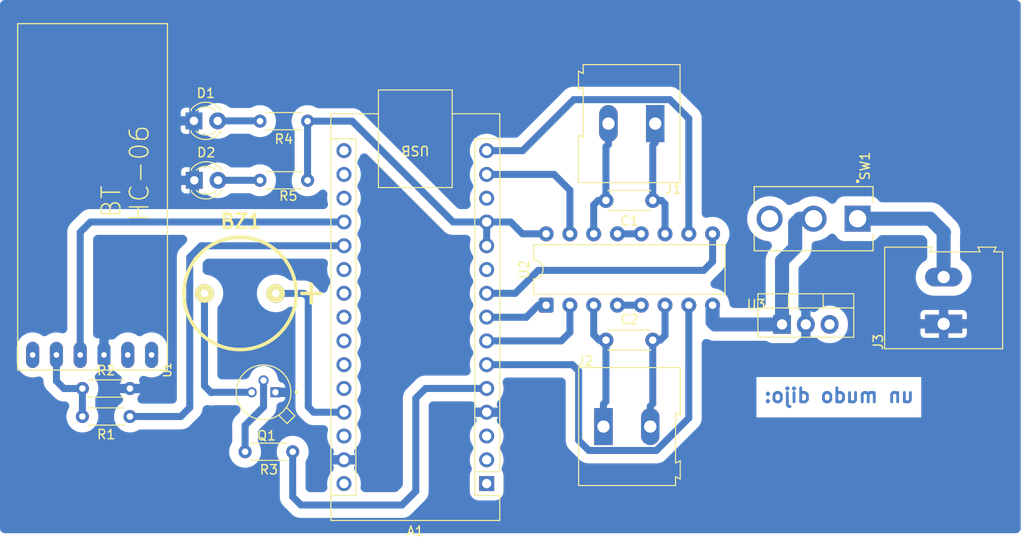
<source format=kicad_pcb>
(kicad_pcb (version 20241229) (generator "pcbnew") (generator_version "9.0")
  (layers (0 "F.Cu" signal) (2 "B.Cu" signal) (13 "F.Paste" user) (15 "B.Paste" user) (5 "F.SilkS" user "F.Silkscreen") (7 "B.SilkS" user "B.Silkscreen") (1 "F.Mask" user) (3 "B.Mask" user) (25 "Edge.Cuts" user))
  (net 0 "")
  (net 2 "12v")
  (net 4 "A1")
  (net 5 "A2")
  (net 7 "ENABLE1")
  (net 10 "GND")
  (net 13 "D8")
  (net 19 "ENABLE2")
  (net 20 "D7")
  (net 21 "Net-(D1-A)")
  (net 22 "B1")
  (net 23 "Net-(J1-Pin_2)")
  (net 24 "Net-(U2-GND-Pad12)")
  (net 25 "B2")
  (net 26 "Net-(U2-GND-Pad4)")
  (net 27 "B4")
  (net 28 "Net-(J1-Pin_1)")
  (net 29 "Net-(J2-Pin_1)")
  (net 30 "Net-(J2-Pin_2)")
  (net 31 "B3")
  (net 34 "Net-(U1-RXD)")
  (net 35 "5volts arduino")
  (net 38 "Net-(J3-Pin_2)")
  (net 39 "Net-(D2-A)")
  (net 40 "Net-(BZ1--)")
  (net 41 "Net-(Q1-Pad2)")
  (net 43 "VCC")
  (footprint "Module:Arduino_Nano" (layer "F.Cu") (at 142.24 119.38 180)
    (property "Reference" "A1" (at 7.62 -5.08 0) (layer "F.SilkS"))
    (property "Value" "Arduino_Nano_v3.x")
    (fp_line (start 16.64 39.5) (end 16.64 -3.94) (stroke (width 0.12)) (layer "F.SilkS"))
    (fp_line (start 16.64 39.5) (end 11.56 39.5) (stroke (width 0.12)) (layer "F.SilkS"))
    (fp_line (start 16.64 -3.94) (end -1.4 -3.94) (stroke (width 0.12)) (layer "F.SilkS"))
    (fp_line (start 13.97 36.83) (end 16.64 36.83) (stroke (width 0.12)) (layer "F.SilkS"))
    (fp_line (start 13.97 -1.27) (end 16.64 -1.27) (stroke (width 0.12)) (layer "F.SilkS"))
    (fp_line (start 13.97 -1.27) (end 13.97 36.83) (stroke (width 0.12)) (layer "F.SilkS"))
    (fp_line (start 11.56 42.04) (end 3.68 42.04) (stroke (width 0.12)) (layer "F.SilkS"))
    (fp_line (start 11.56 31.62) (end 11.56 42.04) (stroke (width 0.12)) (layer "F.SilkS"))
    (fp_line (start 3.68 42.04) (end 3.68 31.62) (stroke (width 0.12)) (layer "F.SilkS"))
    (fp_line (start 3.68 31.62) (end 11.56 31.62) (stroke (width 0.12)) (layer "F.SilkS"))
    (fp_line (start 1.27 36.83) (end -1.4 36.83) (stroke (width 0.12)) (layer "F.SilkS"))
    (fp_line (start 1.27 1.27) (end 1.27 36.83) (stroke (width 0.12)) (layer "F.SilkS"))
    (fp_line (start 1.27 1.27) (end 1.27 -1.27) (stroke (width 0.12)) (layer "F.SilkS"))
    (fp_line (start 1.27 1.27) (end -1.4 1.27) (stroke (width 0.12)) (layer "F.SilkS"))
    (fp_line (start 1.27 -1.27) (end -1.4 -1.27) (stroke (width 0.12)) (layer "F.SilkS"))
    (fp_line (start -1.4 39.5) (end 3.68 39.5) (stroke (width 0.12)) (layer "F.SilkS"))
    (fp_line (start -1.4 1.27) (end -1.4 39.5) (stroke (width 0.12)) (layer "F.SilkS"))
    (fp_line (start -1.4 -3.94) (end -1.4 -1.27) (stroke (width 0.12)) (layer "F.SilkS"))
    (fp_text user "USB" (at 7.62 35.56 180) (layer "F.SilkS"))
    (pad "1" thru_hole rect (at 0 0 180) (size 1.6 1.6) (drill 1) (layers "*.Cu" "*.Mask"))
    (pad "2" thru_hole oval (at 0 2.54 180) (size 1.6 1.6) (drill 1) (layers "*.Cu" "*.Mask"))
    (pad "3" thru_hole oval (at 0 5.08 180) (size 1.6 1.6) (drill 1) (layers "*.Cu" "*.Mask"))
    (pad "4" thru_hole oval (at 0 7.62 180) (size 1.6 1.6) (drill 1) (layers "*.Cu" "*.Mask") (net 10 "GND"))
    (pad "5" thru_hole oval (at 0 10.16 180) (size 1.6 1.6) (drill 1) (layers "*.Cu" "*.Mask") (net 20 "D7"))
    (pad "6" thru_hole oval (at 0 12.7 180) (size 1.6 1.6) (drill 1) (layers "*.Cu" "*.Mask") (net 25 "B2"))
    (pad "7" thru_hole oval (at 0 15.24 180) (size 1.6 1.6) (drill 1) (layers "*.Cu" "*.Mask") (net 22 "B1"))
    (pad "8" thru_hole oval (at 0 17.78 180) (size 1.6 1.6) (drill 1) (layers "*.Cu" "*.Mask") (net 7 "ENABLE1"))
    (pad "9" thru_hole oval (at 0 20.32 180) (size 1.6 1.6) (drill 1) (layers "*.Cu" "*.Mask") (net 19 "ENABLE2"))
    (pad "10" thru_hole oval (at 0 22.86 180) (size 1.6 1.6) (drill 1) (layers "*.Cu" "*.Mask"))
    (pad "11" thru_hole oval (at 0 25.4 180) (size 1.6 1.6) (drill 1) (layers "*.Cu" "*.Mask") (net 13 "D8"))
    (pad "12" thru_hole oval (at 0 27.94 180) (size 1.6 1.6) (drill 1) (layers "*.Cu" "*.Mask") (net 13 "D8"))
    (pad "13" thru_hole oval (at 0 30.48 180) (size 1.6 1.6) (drill 1) (layers "*.Cu" "*.Mask"))
    (pad "14" thru_hole oval (at 0 33.02 180) (size 1.6 1.6) (drill 1) (layers "*.Cu" "*.Mask") (net 27 "B4"))
    (pad "15" thru_hole oval (at 0 35.56 180) (size 1.6 1.6) (drill 1) (layers "*.Cu" "*.Mask") (net 31 "B3"))
    (pad "16" thru_hole oval (at 15.24 35.56 180) (size 1.6 1.6) (drill 1) (layers "*.Cu" "*.Mask"))
    (pad "17" thru_hole oval (at 15.24 33.02 180) (size 1.6 1.6) (drill 1) (layers "*.Cu" "*.Mask"))
    (pad "18" thru_hole oval (at 15.24 30.48 180) (size 1.6 1.6) (drill 1) (layers "*.Cu" "*.Mask"))
    (pad "19" thru_hole oval (at 15.24 27.94 180) (size 1.6 1.6) (drill 1) (layers "*.Cu" "*.Mask") (net 4 "A1"))
    (pad "20" thru_hole oval (at 15.24 25.4 180) (size 1.6 1.6) (drill 1) (layers "*.Cu" "*.Mask") (net 5 "A2"))
    (pad "21" thru_hole oval (at 15.24 22.86 180) (size 1.6 1.6) (drill 1) (layers "*.Cu" "*.Mask"))
    (pad "22" thru_hole oval (at 15.24 20.32 180) (size 1.6 1.6) (drill 1) (layers "*.Cu" "*.Mask"))
    (pad "23" thru_hole oval (at 15.24 17.78 180) (size 1.6 1.6) (drill 1) (layers "*.Cu" "*.Mask"))
    (pad "24" thru_hole oval (at 15.24 15.24 180) (size 1.6 1.6) (drill 1) (layers "*.Cu" "*.Mask"))
    (pad "25" thru_hole oval (at 15.24 12.7 180) (size 1.6 1.6) (drill 1) (layers "*.Cu" "*.Mask"))
    (pad "26" thru_hole oval (at 15.24 10.16 180) (size 1.6 1.6) (drill 1) (layers "*.Cu" "*.Mask"))
    (pad "27" thru_hole oval (at 15.24 7.62 180) (size 1.6 1.6) (drill 1) (layers "*.Cu" "*.Mask") (net 35 "5volts arduino"))
    (pad "28" thru_hole oval (at 15.24 5.08 180) (size 1.6 1.6) (drill 1) (layers "*.Cu" "*.Mask"))
    (pad "29" thru_hole oval (at 15.24 2.54 180) (size 1.6 1.6) (drill 1) (layers "*.Cu" "*.Mask") (net 10 "GND"))
    (pad "30" thru_hole oval (at 15.24 0 180) (size 1.6 1.6) (drill 1) (layers "*.Cu" "*.Mask") (net 2 "12v"))
  )
  (footprint "Resistor_THT:R_Axial_DIN0204_L3.6mm_D1.6mm_P5.08mm_Horizontal" (layer "F.Cu") (at 121.52 115.98 180)
    (property "Reference" "R3" (at 2.54 -1.92 0) (layer "F.SilkS"))
    (property "Value" "330")
    (fp_line (start 0.62 0.92) (end 4.46 0.92) (stroke (width 0.12)) (layer "F.SilkS"))
    (fp_line (start 0.62 -0.92) (end 4.46 -0.92) (stroke (width 0.12)) (layer "F.SilkS"))
    (pad "1" thru_hole circle (at 0 0 180) (size 1.4 1.4) (drill 0.7) (layers "*.Cu" "*.Mask") (net 20 "D7"))
    (pad "2" thru_hole oval (at 5.08 0 180) (size 1.4 1.4) (drill 0.7) (layers "*.Cu" "*.Mask") (net 41 "Net-(Q1-Pad2)"))
  )
  (footprint "2N2222:TO127P584H533-3" (layer "F.Cu") (at 118.41 109.63 180)
    (property "Reference" "Q1" (at -0.325 -4.635 0) (layer "F.SilkS"))
    (property "Value" "2N2222")
    (fp_line (start -2.43704 -1.60973) (end -3.34108 -2.51376) (stroke (width 0.127)) (layer "F.SilkS"))
    (fp_line (start -2.51376 -3.34108) (end -1.60973 -2.43704) (stroke (width 0.127)) (layer "F.SilkS"))
    (fp_line (start -3.34108 -2.51376) (end -2.51376 -3.34108) (stroke (width 0.127)) (layer "F.SilkS"))
    (fp_circle (center 0 0) (end 2.92 0) (stroke (width 0.127)) (fill no) (layer "F.SilkS"))
    (fp_circle (center -3.5 0) (end -3.4 0) (stroke (width 0.2)) (fill no) (layer "F.SilkS"))
    (pad "1" thru_hole rect (at -1.27 0 180) (size 1.08 1.08) (drill 0.68) (layers "*.Cu" "*.Mask") (net 10 "GND"))
    (pad "2" thru_hole circle (at 0 1.27 180) (size 1.08 1.08) (drill 0.68) (layers "*.Cu" "*.Mask") (net 41 "Net-(Q1-Pad2)"))
    (pad "3" thru_hole circle (at 1.27 0 183) (size 1.08 1.08) (drill 0.68) (layers "*.Cu" "*.Mask") (net 40 "Net-(BZ1--)"))
  )
  (footprint "TerminalBlock:TerminalBlock_Altech_AK300-2_P5.00mm" (layer "F.Cu") (at 160.245 80.93 180)
    (property "Reference" "J1" (at -1.92 -6.99 0) (layer "F.SilkS"))
    (property "Value" "Screw_Terminal_01x02")
    (fp_line (start 8.2 5.6) (end 8.2 3.7) (stroke (width 0.12)) (layer "F.SilkS"))
    (fp_line (start 8.2 3.7) (end 8.2 3.65) (stroke (width 0.12)) (layer "F.SilkS"))
    (fp_line (start 8.2 3.65) (end 7.7 3.9) (stroke (width 0.12)) (layer "F.SilkS"))
    (fp_line (start 8.2 -1.2) (end 8.2 -6.3) (stroke (width 0.12)) (layer "F.SilkS"))
    (fp_line (start 8.2 -6.3) (end -2.65 -6.3) (stroke (width 0.12)) (layer "F.SilkS"))
    (fp_line (start 7.7 6.3) (end 7.7 5.35) (stroke (width 0.12)) (layer "F.SilkS"))
    (fp_line (start 7.7 5.35) (end 8.2 5.6) (stroke (width 0.12)) (layer "F.SilkS"))
    (fp_line (start 7.7 3.9) (end 7.7 -1.5) (stroke (width 0.12)) (layer "F.SilkS"))
    (fp_line (start 7.7 -1.5) (end 8.2 -1.2) (stroke (width 0.12)) (layer "F.SilkS"))
    (fp_line (start -2.65 6.3) (end 7.7 6.3) (stroke (width 0.12)) (layer "F.SilkS"))
    (fp_line (start -2.65 -6.3) (end -2.65 6.3) (stroke (width 0.12)) (layer "F.SilkS"))
    (pad "1" thru_hole rect (at 0 0 180) (size 1.98 3.96) (drill 1.32) (layers "*.Cu" "*.Mask") (net 28 "Net-(J1-Pin_1)"))
    (pad "2" thru_hole oval (at 5 0 180) (size 1.98 3.96) (drill 1.32) (layers "*.Cu" "*.Mask") (net 23 "Net-(J1-Pin_2)"))
  )
  (footprint "LED_THT:LED_D3.0mm" (layer "F.Cu") (at 110.97 80.64)
    (property "Reference" "D1" (at 1.27 -2.96 0) (layer "F.SilkS"))
    (property "Value" "LED")
    (fp_line (start -0.29 -1.236) (end -0.29 -1.08) (stroke (width 0.12)) (layer "F.SilkS"))
    (fp_line (start -0.29 1.08) (end -0.29 1.236) (stroke (width 0.12)) (layer "F.SilkS"))
    (fp_arc (start -0.29 -1.235516) (mid 1.365624 -1.987701) (end 2.941397 -1.080061) (stroke (width 0.12)) (layer "F.SilkS"))
    (fp_arc (start 0.229039 -1.08) (mid 1.269964 -1.5) (end 2.31091 -1.080049) (stroke (width 0.12)) (layer "F.SilkS"))
    (fp_arc (start 2.31091 1.080049) (mid 1.269964 1.5) (end 0.229039 1.08) (stroke (width 0.12)) (layer "F.SilkS"))
    (fp_arc (start 2.941397 1.080061) (mid 1.365624 1.987701) (end -0.29 1.235516) (stroke (width 0.12)) (layer "F.SilkS"))
    (pad "1" thru_hole rect (at 0 0) (size 1.8 1.8) (drill 0.9) (layers "*.Cu" "*.Mask") (net 10 "GND"))
    (pad "2" thru_hole circle (at 2.54 0) (size 1.8 1.8) (drill 0.9) (layers "*.Cu" "*.Mask") (net 21 "Net-(D1-A)"))
  )
  (footprint "FUTBOLISTA MOLLANCHEZ:HC-06" (layer "F.Cu") (at 108.14675 107.25675 90)
    (property "Reference" "U1" (at 0 0 90) (layer "F.SilkS") (effects (font (size 0.787402 0.787402))))
    (property "Value" "HC-06")
    (fp_line (start 37 -16) (end 37 0) (stroke (width 0.127)) (layer "F.SilkS"))
    (fp_line (start 0 -16) (end 37 -16) (stroke (width 0.127)) (layer "F.SilkS"))
    (fp_line (start 37 0) (end 0 0) (stroke (width 0.127)) (layer "F.SilkS"))
    (fp_line (start 0 0) (end 0 -16) (stroke (width 0.127)) (layer "F.SilkS"))
    (fp_text user "BT" (at 18 -6 90) (layer "F.SilkS") (effects (font (size 2 2))))
    (fp_text user "HC-06" (at 21 -3 90) (layer "F.SilkS") (effects (font (size 2 2))))
    (pad "P$1" thru_hole oval (at 1.62 -14.4 90) (size 2.794 1.397) (drill 0.6) (layers "*.Cu" "*.Mask"))
    (pad "P$2" thru_hole oval (at 1.62 -11.86 90) (size 2.794 1.397) (drill 0.6) (layers "*.Cu" "*.Mask") (net 34 "Net-(U1-RXD)"))
    (pad "P$3" thru_hole oval (at 1.62 -9.32 90) (size 2.794 1.397) (drill 0.6) (layers "*.Cu" "*.Mask") (net 4 "A1"))
    (pad "P$4" thru_hole oval (at 1.62 -6.78 90) (size 2.794 1.397) (drill 0.6) (layers "*.Cu" "*.Mask") (net 10 "GND"))
    (pad "P$5" thru_hole oval (at 1.62 -4.24 90) (size 2.794 1.397) (drill 0.6) (layers "*.Cu" "*.Mask") (net 13 "D8"))
    (pad "P$6" thru_hole oval (at 1.62 -1.7 90) (size 2.794 1.397) (drill 0.6) (layers "*.Cu" "*.Mask"))
  )
  (footprint "TerminalBlock:TerminalBlock_Altech_AK300-2_P5.00mm" (layer "F.Cu") (at 191.05 102.325 90)
    (property "Reference" "J3" (at -1.92 -6.99 90) (layer "F.SilkS"))
    (property "Value" "Screw_Terminal_01x02")
    (fp_line (start 8.2 -6.3) (end -2.65 -6.3) (stroke (width 0.12)) (layer "F.SilkS"))
    (fp_line (start -2.65 -6.3) (end -2.65 6.3) (stroke (width 0.12)) (layer "F.SilkS"))
    (fp_line (start 7.7 -1.5) (end 8.2 -1.2) (stroke (width 0.12)) (layer "F.SilkS"))
    (fp_line (start 8.2 -1.2) (end 8.2 -6.3) (stroke (width 0.12)) (layer "F.SilkS"))
    (fp_line (start 8.2 3.65) (end 7.7 3.9) (stroke (width 0.12)) (layer "F.SilkS"))
    (fp_line (start 8.2 3.7) (end 8.2 3.65) (stroke (width 0.12)) (layer "F.SilkS"))
    (fp_line (start 7.7 3.9) (end 7.7 -1.5) (stroke (width 0.12)) (layer "F.SilkS"))
    (fp_line (start 7.7 5.35) (end 8.2 5.6) (stroke (width 0.12)) (layer "F.SilkS"))
    (fp_line (start 8.2 5.6) (end 8.2 3.7) (stroke (width 0.12)) (layer "F.SilkS"))
    (fp_line (start 7.7 6.3) (end 7.7 5.35) (stroke (width 0.12)) (layer "F.SilkS"))
    (fp_line (start -2.65 6.3) (end 7.7 6.3) (stroke (width 0.12)) (layer "F.SilkS"))
    (pad "1" thru_hole rect (at 0 0 90) (size 1.98 3.96) (drill 1.32) (layers "*.Cu" "*.Mask") (net 10 "GND"))
    (pad "2" thru_hole oval (at 5 0 90) (size 1.98 3.96) (drill 1.32) (layers "*.Cu" "*.Mask") (net 38 "Net-(J3-Pin_2)"))
  )
  (footprint "Resistor_THT:R_Axial_DIN0204_L3.6mm_D1.6mm_P5.08mm_Horizontal" (layer "F.Cu") (at 123.11 86.99 180)
    (property "Reference" "R5" (at 2.05463 -1.67537 0) (layer "F.SilkS"))
    (property "Value" "~")
    (fp_line (start 0.62 0.92) (end 4.46 0.92) (stroke (width 0.12)) (layer "F.SilkS"))
    (fp_line (start 0.62 -0.92) (end 4.46 -0.92) (stroke (width 0.12)) (layer "F.SilkS"))
    (pad "1" thru_hole circle (at 0 0 180) (size 1.4 1.4) (drill 0.7) (layers "*.Cu" "*.Mask") (net 13 "D8"))
    (pad "2" thru_hole oval (at 5.08 0 180) (size 1.4 1.4) (drill 0.7) (layers "*.Cu" "*.Mask") (net 39 "Net-(D2-A)"))
  )
  (footprint "Package_TO_SOT_THT:TO-220-3_Vertical" (layer "F.Cu") (at 173.79 102.38)
    (property "Reference" "U3" (at -2.77 -2.125 0) (layer "F.SilkS"))
    (property "Value" "LM7805_TO220")
    (fp_line (start -2.58 -3.27) (end -2.58 1.371) (stroke (width 0.12)) (layer "F.SilkS"))
    (fp_line (start -2.58 -3.27) (end 7.66 -3.27) (stroke (width 0.12)) (layer "F.SilkS"))
    (fp_line (start -2.58 -1.76) (end 7.66 -1.76) (stroke (width 0.12)) (layer "F.SilkS"))
    (fp_line (start -2.58 1.371) (end 7.66 1.371) (stroke (width 0.12)) (layer "F.SilkS"))
    (fp_line (start 0.69 -3.27) (end 0.69 -1.76) (stroke (width 0.12)) (layer "F.SilkS"))
    (fp_line (start 4.391 -3.27) (end 4.391 -1.76) (stroke (width 0.12)) (layer "F.SilkS"))
    (fp_line (start 7.66 -3.27) (end 7.66 1.371) (stroke (width 0.12)) (layer "F.SilkS"))
    (pad "1" thru_hole rect (at 0 0) (size 1.905 2) (drill 1.1) (layers "*.Cu" "*.Mask") (net 43 "VCC"))
    (pad "2" thru_hole oval (at 2.54 0) (size 1.905 2) (drill 1.1) (layers "*.Cu" "*.Mask") (net 10 "GND"))
    (pad "3" thru_hole oval (at 5.08 0) (size 1.905 2) (drill 1.1) (layers "*.Cu" "*.Mask") (net 13 "D8"))
  )
  (footprint "Resistor_THT:R_Axial_DIN0204_L3.6mm_D1.6mm_P5.08mm_Horizontal" (layer "F.Cu") (at 104.14 112.21675 180)
    (property "Reference" "R1" (at 2.54 -1.92 0) (layer "F.SilkS"))
    (property "Value" "1K")
    (fp_line (start 0.62 0.92) (end 4.46 0.92) (stroke (width 0.12)) (layer "F.SilkS"))
    (fp_line (start 0.62 -0.92) (end 4.46 -0.92) (stroke (width 0.12)) (layer "F.SilkS"))
    (pad "1" thru_hole circle (at 0 0 180) (size 1.4 1.4) (drill 0.7) (layers "*.Cu" "*.Mask") (net 5 "A2"))
    (pad "2" thru_hole oval (at 5.08 0 180) (size 1.4 1.4) (drill 0.7) (layers "*.Cu" "*.Mask") (net 34 "Net-(U1-RXD)"))
  )
  (footprint "LED_THT:LED_D3.0mm" (layer "F.Cu") (at 111.01 86.99)
    (property "Reference" "D2" (at 1.27 -2.96 0) (layer "F.SilkS"))
    (property "Value" "LED")
    (fp_line (start -0.29 -1.236) (end -0.29 -1.08) (stroke (width 0.12)) (layer "F.SilkS"))
    (fp_line (start -0.29 1.08) (end -0.29 1.236) (stroke (width 0.12)) (layer "F.SilkS"))
    (fp_arc (start -0.29 -1.235516) (mid 1.365624 -1.987701) (end 2.941397 -1.080061) (stroke (width 0.12)) (layer "F.SilkS"))
    (fp_arc (start 0.229039 -1.08) (mid 1.269964 -1.5) (end 2.31091 -1.080049) (stroke (width 0.12)) (layer "F.SilkS"))
    (fp_arc (start 2.31091 1.080049) (mid 1.269964 1.5) (end 0.229039 1.08) (stroke (width 0.12)) (layer "F.SilkS"))
    (fp_arc (start 2.941397 1.080061) (mid 1.365624 1.987701) (end -0.29 1.235516) (stroke (width 0.12)) (layer "F.SilkS"))
    (pad "1" thru_hole rect (at 0 0) (size 1.8 1.8) (drill 0.9) (layers "*.Cu" "*.Mask") (net 10 "GND"))
    (pad "2" thru_hole circle (at 2.54 0) (size 1.8 1.8) (drill 0.9) (layers "*.Cu" "*.Mask") (net 39 "Net-(D2-A)"))
  )
  (footprint "Resistor_THT:R_Axial_DIN0204_L3.6mm_D1.6mm_P5.08mm_Horizontal" (layer "F.Cu") (at 99.06 109.22675)
    (property "Reference" "R2" (at 2.54 -1.92 0) (layer "F.SilkS"))
    (property "Value" "2K")
    (fp_line (start 0.62 -0.92) (end 4.46 -0.92) (stroke (width 0.12)) (layer "F.SilkS"))
    (fp_line (start 0.62 0.92) (end 4.46 0.92) (stroke (width 0.12)) (layer "F.SilkS"))
    (pad "1" thru_hole circle (at 0 0) (size 1.4 1.4) (drill 0.7) (layers "*.Cu" "*.Mask") (net 34 "Net-(U1-RXD)"))
    (pad "2" thru_hole oval (at 5.08 0) (size 1.4 1.4) (drill 0.7) (layers "*.Cu" "*.Mask") (net 10 "GND"))
  )
  (footprint "Capacitor_THT:C_Disc_D4.3mm_W1.9mm_P5.00mm" (layer "F.Cu") (at 159.98 89.14 180)
    (property "Reference" "C1" (at 2.5 -2.2 0) (layer "F.SilkS"))
    (property "Value" "C")
    (fp_line (start 4.77 1.014) (end 4.77 1.07) (stroke (width 0.12)) (layer "F.SilkS"))
    (fp_line (start 0.23 1.07) (end 4.77 1.07) (stroke (width 0.12)) (layer "F.SilkS"))
    (fp_line (start 0.23 1.014) (end 0.23 1.07) (stroke (width 0.12)) (layer "F.SilkS"))
    (fp_line (start 0.23 -1.07) (end 4.77 -1.07) (stroke (width 0.12)) (layer "F.SilkS"))
    (pad "1" thru_hole circle (at 0 0 180) (size 1.6 1.6) (drill 0.8) (layers "*.Cu" "*.Mask") (net 28 "Net-(J1-Pin_1)"))
    (pad "2" thru_hole circle (at 5 0 180) (size 1.6 1.6) (drill 0.8) (layers "*.Cu" "*.Mask") (net 23 "Net-(J1-Pin_2)"))
  )
  (footprint "Resistor_THT:R_Axial_DIN0204_L3.6mm_D1.6mm_P5.08mm_Horizontal" (layer "F.Cu") (at 123.11 80.67 180)
    (property "Reference" "R4" (at 2.54 -1.92 0) (layer "F.SilkS"))
    (property "Value" "~")
    (fp_line (start 0.62 0.92) (end 4.46 0.92) (stroke (width 0.12)) (layer "F.SilkS"))
    (fp_line (start 0.62 -0.92) (end 4.46 -0.92) (stroke (width 0.12)) (layer "F.SilkS"))
    (pad "1" thru_hole circle (at 0 0 180) (size 1.4 1.4) (drill 0.7) (layers "*.Cu" "*.Mask") (net 13 "D8"))
    (pad "2" thru_hole oval (at 5.08 0 180) (size 1.4 1.4) (drill 0.7) (layers "*.Cu" "*.Mask") (net 21 "Net-(D1-A)"))
  )
  (footprint "Package_DIP:DIP-16_W7.62mm" (layer "F.Cu") (at 148.59 100.325 90)
    (property "Reference" "U2" (at 3.81 -2.33 90) (layer "F.SilkS"))
    (property "Value" "L293D")
    (fp_line (start 6.46 -1.33) (end 4.81 -1.33) (stroke (width 0.12)) (layer "F.SilkS"))
    (fp_line (start 2.81 -1.33) (end 1.16 -1.33) (stroke (width 0.12)) (layer "F.SilkS"))
    (fp_line (start 1.16 -1.33) (end 1.16 19.11) (stroke (width 0.12)) (layer "F.SilkS"))
    (fp_line (start 6.46 19.11) (end 6.46 -1.33) (stroke (width 0.12)) (layer "F.SilkS"))
    (fp_line (start 1.16 19.11) (end 6.46 19.11) (stroke (width 0.12)) (layer "F.SilkS"))
    (fp_arc (start 4.81 -1.33) (mid 3.81 -0.33) (end 2.81 -1.33) (stroke (width 0.12)) (layer "F.SilkS"))
    (pad "1" thru_hole roundrect (at 0 0 90) (size 1.6 1.6) (drill 0.8) (layers "*.Cu" "*.Mask") (roundrect_rratio 0.15625) (net 7 "ENABLE1"))
    (pad "2" thru_hole circle (at 0 2.54 90) (size 1.6 1.6) (drill 0.8) (layers "*.Cu" "*.Mask") (net 22 "B1"))
    (pad "3" thru_hole circle (at 0 5.08 90) (size 1.6 1.6) (drill 0.8) (layers "*.Cu" "*.Mask") (net 29 "Net-(J2-Pin_1)"))
    (pad "4" thru_hole circle (at 0 7.62 90) (size 1.6 1.6) (drill 0.8) (layers "*.Cu" "*.Mask") (net 26 "Net-(U2-GND-Pad4)"))
    (pad "5" thru_hole circle (at 0 10.16 90) (size 1.6 1.6) (drill 0.8) (layers "*.Cu" "*.Mask") (net 26 "Net-(U2-GND-Pad4)"))
    (pad "6" thru_hole circle (at 0 12.7 90) (size 1.6 1.6) (drill 0.8) (layers "*.Cu" "*.Mask") (net 30 "Net-(J2-Pin_2)"))
    (pad "7" thru_hole circle (at 0 15.24 90) (size 1.6 1.6) (drill 0.8) (layers "*.Cu" "*.Mask") (net 25 "B2"))
    (pad "8" thru_hole circle (at 0 17.78 90) (size 1.6 1.6) (drill 0.8) (layers "*.Cu" "*.Mask") (net 43 "VCC"))
    (pad "9" thru_hole circle (at 7.62 17.78 90) (size 1.6 1.6) (drill 0.8) (layers "*.Cu" "*.Mask") (net 19 "ENABLE2"))
    (pad "10" thru_hole circle (at 7.62 15.24 90) (size 1.6 1.6) (drill 0.8) (layers "*.Cu" "*.Mask") (net 31 "B3"))
    (pad "11" thru_hole circle (at 7.62 12.7 90) (size 1.6 1.6) (drill 0.8) (layers "*.Cu" "*.Mask") (net 28 "Net-(J1-Pin_1)"))
    (pad "12" thru_hole circle (at 7.62 10.16 90) (size 1.6 1.6) (drill 0.8) (layers "*.Cu" "*.Mask") (net 24 "Net-(U2-GND-Pad12)"))
    (pad "13" thru_hole circle (at 7.62 7.62 90) (size 1.6 1.6) (drill 0.8) (layers "*.Cu" "*.Mask") (net 24 "Net-(U2-GND-Pad12)"))
    (pad "14" thru_hole circle (at 7.62 5.08 90) (size 1.6 1.6) (drill 0.8) (layers "*.Cu" "*.Mask") (net 23 "Net-(J1-Pin_2)"))
    (pad "15" thru_hole circle (at 7.62 2.54 90) (size 1.6 1.6) (drill 0.8) (layers "*.Cu" "*.Mask") (net 27 "B4"))
    (pad "16" thru_hole circle (at 7.62 0 90) (size 1.6 1.6) (drill 0.8) (layers "*.Cu" "*.Mask") (net 13 "D8"))
  )
  (footprint "FUTBOLISTA MOLLANCHEZ:SW_100SP1T1B4M2QE" (layer "F.Cu") (at 177.16 91.09 -90)
    (property "Reference" "SW1" (at -5.635 -5.49 90) (layer "F.SilkS"))
    (property "Value" "SW_DPST_x2")
    (fp_line (start -3.43 6.35) (end -3.43 -6.35) (stroke (width 0.127)) (layer "F.SilkS"))
    (fp_line (start -1.71 6.35) (end -3.43 6.35) (stroke (width 0.127)) (layer "F.SilkS"))
    (fp_line (start 3.43 6.35) (end 1.71 6.35) (stroke (width 0.127)) (layer "F.SilkS"))
    (fp_line (start -1.71 -6.35) (end -3.43 -6.35) (stroke (width 0.127)) (layer "F.SilkS"))
    (fp_line (start 3.43 -6.35) (end 3.43 6.35) (stroke (width 0.127)) (layer "F.SilkS"))
    (fp_line (start 3.43 -6.35) (end 1.71 -6.35) (stroke (width 0.127)) (layer "F.SilkS"))
    (fp_circle (center -4 -4.7) (end -3.9 -4.7) (stroke (width 0.2)) (fill no) (layer "F.SilkS"))
    (pad "1" thru_hole rect (at 0 -4.7 270) (size 2.775 2.775) (drill 1.85) (layers "*.Cu" "*.Mask") (net 38 "Net-(J3-Pin_2)"))
    (pad "2" thru_hole circle (at 0 0 270) (size 2.775 2.775) (drill 1.85) (layers "*.Cu" "*.Mask") (net 43 "VCC"))
    (pad "3" thru_hole circle (at 0 4.7 270) (size 2.775 2.775) (drill 1.85) (layers "*.Cu" "*.Mask"))
  )
  (footprint "TerminalBlock:TerminalBlock_Altech_AK300-2_P5.00mm" (layer "F.Cu") (at 154.715 113.29)
    (property "Reference" "J2" (at -1.92 -6.99 0) (layer "F.SilkS"))
    (property "Value" "Screw_Terminal_01x02")
    (fp_line (start -2.65 -6.3) (end -2.65 6.3) (stroke (width 0.12)) (layer "F.SilkS"))
    (fp_line (start -2.65 6.3) (end 7.7 6.3) (stroke (width 0.12)) (layer "F.SilkS"))
    (fp_line (start 7.7 -1.5) (end 8.2 -1.2) (stroke (width 0.12)) (layer "F.SilkS"))
    (fp_line (start 7.7 3.9) (end 7.7 -1.5) (stroke (width 0.12)) (layer "F.SilkS"))
    (fp_line (start 7.7 5.35) (end 8.2 5.6) (stroke (width 0.12)) (layer "F.SilkS"))
    (fp_line (start 7.7 6.3) (end 7.7 5.35) (stroke (width 0.12)) (layer "F.SilkS"))
    (fp_line (start 8.2 -6.3) (end -2.65 -6.3) (stroke (width 0.12)) (layer "F.SilkS"))
    (fp_line (start 8.2 -1.2) (end 8.2 -6.3) (stroke (width 0.12)) (layer "F.SilkS"))
    (fp_line (start 8.2 3.65) (end 7.7 3.9) (stroke (width 0.12)) (layer "F.SilkS"))
    (fp_line (start 8.2 3.7) (end 8.2 3.65) (stroke (width 0.12)) (layer "F.SilkS"))
    (fp_line (start 8.2 5.6) (end 8.2 3.7) (stroke (width 0.12)) (layer "F.SilkS"))
    (pad "1" thru_hole rect (at 0 0) (size 1.98 3.96) (drill 1.32) (layers "*.Cu" "*.Mask") (net 29 "Net-(J2-Pin_1)"))
    (pad "2" thru_hole oval (at 5 0) (size 1.98 3.96) (drill 1.32) (layers "*.Cu" "*.Mask") (net 30 "Net-(J2-Pin_2)"))
  )
  (footprint "Capacitor_THT:C_Disc_D4.3mm_W1.9mm_P5.00mm" (layer "F.Cu") (at 154.98 104.06)
    (property "Reference" "C2" (at 2.5 -2.2 0) (layer "F.SilkS"))
    (property "Value" "C")
    (fp_line (start 0.23 -1.07) (end 4.77 -1.07) (stroke (width 0.12)) (layer "F.SilkS"))
    (fp_line (start 0.23 1.014) (end 0.23 1.07) (stroke (width 0.12)) (layer "F.SilkS"))
    (fp_line (start 0.23 1.07) (end 4.77 1.07) (stroke (width 0.12)) (layer "F.SilkS"))
    (fp_line (start 4.77 1.014) (end 4.77 1.07) (stroke (width 0.12)) (layer "F.SilkS"))
    (pad "1" thru_hole circle (at 0 0) (size 1.6 1.6) (drill 0.8) (layers "*.Cu" "*.Mask") (net 29 "Net-(J2-Pin_1)"))
    (pad "2" thru_hole circle (at 5 0) (size 1.6 1.6) (drill 0.8) (layers "*.Cu" "*.Mask") (net 30 "Net-(J2-Pin_2)"))
  )
  (footprint "EESTN5:Buzzer_12mm" (layer "F.Cu") (at 115.9 99.07)
    (property "Reference" "BZ1" (at 0.1 -7.7 0) (layer "F.SilkS") (effects (font (size 1.5 1.5) (thickness 0.3))))
    (property "Value" "Buzzer" (hide yes))
    (fp_line (start 6.6 0) (end 8.6 0) (stroke (width 0.37846)) (layer "F.SilkS"))
    (fp_line (start 7.6 1) (end 7.6 -1) (stroke (width 0.37846)) (layer "F.SilkS"))
    (fp_circle (center 0 0) (end -6 0) (stroke (width 0.37846)) (fill no) (layer "F.SilkS"))
    (pad "1" thru_hole circle (at 3.8 0) (size 2 2) (drill 0.8) (layers "*.Cu" "*.Mask" "F.SilkS") (net 35 "5volts arduino"))
    (pad "2" thru_hole circle (at -3.8 0) (size 2 2) (drill 0.8) (layers "*.Cu" "*.Mask" "F.SilkS") (net 40 "Net-(BZ1--)"))
  )
  (gr_text "un mudo dijo:" (at 179.89 110.85 0) (layer "B.Cu") (effects (font (size 1.5 1.5) (thickness 0.3) (bold yes)) (justify bottom mirror)))
  (segment (start 98.82675 105.63675) (end 98.82675 92.53325) (width 0.75) (layer "B.Cu") (net 4))
  (segment (start 99.92 91.44) (end 127 91.44) (width 0.75) (layer "B.Cu") (net 4))
  (segment (start 98.82675 92.53325) (end 99.92 91.44) (width 0.75) (layer "B.Cu") (net 4))
  (segment (start 110.524 111.266) (end 110.524 95.196) (width 0.75) (layer "B.Cu") (net 5))
  (segment (start 110.524 95.196) (end 111.74 93.98) (width 0.75) (layer "B.Cu") (net 5))
  (segment (start 111.74 93.98) (end 127 93.98) (width 0.75) (layer "B.Cu") (net 5))
  (segment (start 104.14 112.21675) (end 109.57325 112.21675) (width 0.75) (layer "B.Cu") (net 5))
  (segment (start 109.57325 112.21675) (end 110.524 111.266) (width 0.75) (layer "B.Cu") (net 5))
  (segment (start 142.26 101.62) (end 142.24 101.6) (width 0.75) (layer "B.Cu") (net 7))
  (segment (start 148.59 100.325) (end 147.755 100.325) (width 0.75) (layer "B.Cu") (net 7))
  (segment (start 146.46 101.62) (end 142.26 101.62) (width 0.75) (layer "B.Cu") (net 7))
  (segment (start 147.755 100.325) (end 146.46 101.62) (width 0.75) (layer "B.Cu") (net 7))
  (segment (start 127.88 80.67) (end 138.65 91.44) (width 0.75) (layer "B.Cu") (net 13))
  (segment (start 142.24 91.44) (end 142.24 93.98) (width 0.75) (layer "B.Cu") (net 13))
  (segment (start 144.8 91.44) (end 142.24 91.44) (width 0.75) (layer "B.Cu") (net 13))
  (segment (start 123.11 80.67) (end 127.88 80.67) (width 0.75) (layer "B.Cu") (net 13))
  (segment (start 146.065 92.705) (end 144.8 91.44) (width 0.75) (layer "B.Cu") (net 13))
  (segment (start 148.59 92.705) (end 146.065 92.705) (width 0.75) (layer "B.Cu") (net 13))
  (segment (start 138.65 91.44) (end 142.24 91.44) (width 0.75) (layer "B.Cu") (net 13))
  (segment (start 123.11 86.99) (end 123.11 80.67) (width 0.75) (layer "B.Cu") (net 13))
  (segment (start 166.37 92.705) (end 166.37 95.67) (width 0.75) (layer "B.Cu") (net 19))
  (segment (start 147.74 96.61) (end 145.29 99.06) (width 0.75) (layer "B.Cu") (net 19))
  (segment (start 165.43 96.61) (end 147.74 96.61) (width 0.75) (layer "B.Cu") (net 19))
  (segment (start 145.29 99.06) (end 142.24 99.06) (width 0.75) (layer "B.Cu") (net 19))
  (segment (start 166.37 95.67) (end 165.43 96.61) (width 0.75) (layer "B.Cu") (net 19))
  (segment (start 122.4 121.67) (end 121.52 120.79) (width 0.75) (layer "B.Cu") (net 20))
  (segment (start 121.52 120.79) (end 121.52 115.98) (width 0.75) (layer "B.Cu") (net 20))
  (segment (start 134.67 110.26) (end 134.67 120.2) (width 0.75) (layer "B.Cu") (net 20))
  (segment (start 135.71 109.22) (end 134.67 110.26) (width 0.75) (layer "B.Cu") (net 20))
  (segment (start 134.67 120.2) (end 133.2 121.67) (width 0.75) (layer "B.Cu") (net 20))
  (segment (start 142.24 109.22) (end 135.71 109.22) (width 0.75) (layer "B.Cu") (net 20))
  (segment (start 133.2 121.67) (end 122.4 121.67) (width 0.75) (layer "B.Cu") (net 20))
  (segment (start 118 80.64) (end 118.03 80.67) (width 0.75) (layer "B.Cu") (net 21))
  (segment (start 113.51 80.64) (end 118 80.64) (width 0.75) (layer "B.Cu") (net 21))
  (segment (start 151.13 100.325) (end 151.13 103.23) (width 0.75) (layer "B.Cu") (net 22))
  (segment (start 151.13 103.23) (end 150.22 104.14) (width 0.75) (layer "B.Cu") (net 22))
  (segment (start 150.22 104.14) (end 142.24 104.14) (width 0.75) (layer "B.Cu") (net 22))
  (segment (start 154.98 89.14) (end 154.98 83.41) (width 0.75) (layer "B.Cu") (net 23))
  (segment (start 153.67 89.62) (end 154.15 89.14) (width 0.75) (layer "B.Cu") (net 23))
  (segment (start 154.98 83.41) (end 155.245 83.145) (width 0.75) (layer "B.Cu") (net 23))
  (segment (start 155.245 83.145) (end 155.245 80.93) (width 0.75) (layer "B.Cu") (net 23))
  (segment (start 154.15 89.14) (end 154.98 89.14) (width 0.75) (layer "B.Cu") (net 23))
  (segment (start 153.67 92.705) (end 153.67 89.62) (width 0.75) (layer "B.Cu") (net 23))
  (segment (start 158.75 92.705) (end 156.21 92.705) (width 0.75) (layer "B.Cu") (net 24))
  (segment (start 163.83 100.325) (end 163.83 112.379658) (width 0.75) (layer "B.Cu") (net 25))
  (segment (start 163.83 112.379658) (end 160.363658 115.846) (width 0.75) (layer "B.Cu") (net 25))
  (segment (start 153.149 115.846) (end 152.06 114.757) (width 0.75) (layer "B.Cu") (net 25))
  (segment (start 151.39 106.68) (end 142.24 106.68) (width 0.75) (layer "B.Cu") (net 25))
  (segment (start 152.06 114.757) (end 152.06 107.35) (width 0.75) (layer "B.Cu") (net 25))
  (segment (start 152.06 107.35) (end 151.39 106.68) (width 0.75) (layer "B.Cu") (net 25))
  (segment (start 160.363658 115.846) (end 153.149 115.846) (width 0.75) (layer "B.Cu") (net 25))
  (segment (start 158.75 100.325) (end 156.21 100.325) (width 0.75) (layer "B.Cu") (net 26))
  (segment (start 151.13 92.705) (end 151.13 88.05) (width 0.75) (layer "B.Cu") (net 27))
  (segment (start 151.13 88.05) (end 149.44 86.36) (width 0.75) (layer "B.Cu") (net 27))
  (segment (start 149.44 86.36) (end 142.24 86.36) (width 0.75) (layer "B.Cu") (net 27))
  (segment (start 161.29 89.51) (end 160.92 89.14) (width 0.75) (layer "B.Cu") (net 28))
  (segment (start 160.245 82.975) (end 160.245 80.93) (width 0.75) (layer "B.Cu") (net 28))
  (segment (start 161.29 92.705) (end 161.29 89.51) (width 0.75) (layer "B.Cu") (net 28))
  (segment (start 160.92 89.14) (end 159.98 89.14) (width 0.75) (layer "B.Cu") (net 28))
  (segment (start 159.98 83.24) (end 160.245 82.975) (width 0.75) (layer "B.Cu") (net 28))
  (segment (start 159.98 89.14) (end 159.98 83.24) (width 0.75) (layer "B.Cu") (net 28))
  (segment (start 153.67 103.48) (end 153.67 100.325) (width 0.75) (layer "B.Cu") (net 29))
  (segment (start 154.98 104.06) (end 154.98 110.62) (width 0.75) (layer "B.Cu") (net 29))
  (segment (start 154.98 110.62) (end 154.715 110.885) (width 0.75) (layer "B.Cu") (net 29))
  (segment (start 154.25 104.06) (end 153.67 103.48) (width 0.75) (layer "B.Cu") (net 29))
  (segment (start 154.98 104.06) (end 154.25 104.06) (width 0.75) (layer "B.Cu") (net 29))
  (segment (start 154.715 110.885) (end 154.715 113.29) (width 0.75) (layer "B.Cu") (net 29))
  (segment (start 159.715 111.125) (end 159.715 113.29) (width 0.75) (layer "B.Cu") (net 30))
  (segment (start 159.98 104.06) (end 159.98 110.86) (width 0.75) (layer "B.Cu") (net 30))
  (segment (start 159.98 110.86) (end 159.715 111.125) (width 0.75) (layer "B.Cu") (net 30))
  (segment (start 160.78 104.06) (end 161.29 103.55) (width 0.75) (layer "B.Cu") (net 30))
  (segment (start 159.98 104.06) (end 160.78 104.06) (width 0.75) (layer "B.Cu") (net 30))
  (segment (start 161.29 103.55) (end 161.29 100.325) (width 0.75) (layer "B.Cu") (net 30))
  (segment (start 151.536 78.374) (end 146.09 83.82) (width 0.75) (layer "B.Cu") (net 31))
  (segment (start 146.09 83.82) (end 142.24 83.82) (width 0.75) (layer "B.Cu") (net 31))
  (segment (start 161.811 78.374) (end 151.536 78.374) (width 0.75) (layer "B.Cu") (net 31))
  (segment (start 163.83 92.705) (end 163.83 80.393) (width 0.75) (layer "B.Cu") (net 31))
  (segment (start 163.83 80.393) (end 161.811 78.374) (width 0.75) (layer "B.Cu") (net 31))
  (segment (start 97.08675 109.22675) (end 96.28675 108.42675) (width 0.75) (layer "B.Cu") (net 34))
  (segment (start 99.06 112.21675) (end 99.06 109.22675) (width 0.75) (layer "B.Cu") (net 34))
  (segment (start 99.06 109.22675) (end 97.08675 109.22675) (width 0.75) (layer "B.Cu") (net 34))
  (segment (start 96.28675 108.42675) (end 96.28675 105.63675) (width 0.75) (layer "B.Cu") (net 34))
  (segment (start 123.19 111.19) (end 123.76 111.76) (width 0.75) (layer "B.Cu") (net 35))
  (segment (start 123.76 111.76) (end 127 111.76) (width 0.75) (layer "B.Cu") (net 35))
  (segment (start 119.7 99.07) (end 122.72 99.07) (width 0.75) (layer "B.Cu") (net 35))
  (segment (start 122.72 99.07) (end 123.19 99.54) (width 0.75) (layer "B.Cu") (net 35))
  (segment (start 123.19 99.54) (end 123.19 111.19) (width 0.75) (layer "B.Cu") (net 35))
  (segment (start 191.08 92.57) (end 191.05 92.6) (width 1.5) (layer "B.Cu") (net 38))
  (segment (start 189.6 91.09) (end 191.08 92.57) (width 1.5) (layer "B.Cu") (net 38))
  (segment (start 181.86 91.09) (end 189.6 91.09) (width 1.5) (layer "B.Cu") (net 38))
  (segment (start 191.05 92.6) (end 191.05 97.325) (width 1.5) (layer "B.Cu") (net 38))
  (segment (start 113.55 86.99) (end 118.03 86.99) (width 0.75) (layer "B.Cu") (net 39))
  (segment (start 112.84 109.63) (end 117.14 109.63) (width 0.75) (layer "B.Cu") (net 40))
  (segment (start 112.81 109.66) (end 112.84 109.63) (width 0.75) (layer "B.Cu") (net 40))
  (segment (start 112.1 108.95) (end 112.81 109.66) (width 0.75) (layer "B.Cu") (net 40))
  (segment (start 112.1 99.07) (end 112.1 108.95) (width 0.75) (layer "B.Cu") (net 40))
  (segment (start 116.43 113.17) (end 116.44 113.18) (width 0.75) (layer "B.Cu") (net 41))
  (segment (start 118.41 111.19) (end 116.43 113.17) (width 0.75) (layer "B.Cu") (net 41))
  (segment (start 118.41 108.36) (end 118.41 111.19) (width 0.75) (layer "B.Cu") (net 41))
  (segment (start 116.44 113.18) (end 116.44 115.98) (width 0.75) (layer "B.Cu") (net 41))
  (segment (start 173.79 95.57) (end 175.19 94.17) (width 1.5) (layer "B.Cu") (net 43))
  (segment (start 175.19 91.59) (end 175.69 91.09) (width 1.5) (layer "B.Cu") (net 43))
  (segment (start 175.19 94.17) (end 175.19 91.59) (width 1.5) (layer "B.Cu") (net 43))
  (segment (start 173.79 102.38) (end 166.63 102.38) (width 1.5) (layer "B.Cu") (net 43))
  (segment (start 166.63 102.38) (end 166.37 102.12) (width 1.5) (layer "B.Cu") (net 43))
  (segment (start 173.79 102.38) (end 173.79 95.57) (width 1.5) (layer "B.Cu") (net 43))
  (segment (start 166.37 102.12) (end 166.37 100.325) (width 1.5) (layer "B.Cu") (net 43))
  (segment (start 175.69 91.09) (end 177.16 91.09) (width 1.5) (layer "B.Cu") (net 43))
  (zone (net 10) (net_name "GND") (layer "B.Cu") (connect_pads (clearance 1)) (min_thickness 1) (fill yes (thermal_gap 0.5) (thermal_bridge_width 1))
    (polygon (pts (xy 199.28 124.68) (xy 90.26 124.68) (xy 90.26 67.73) (xy 199.28 67.73)))
  )
)
</source>
